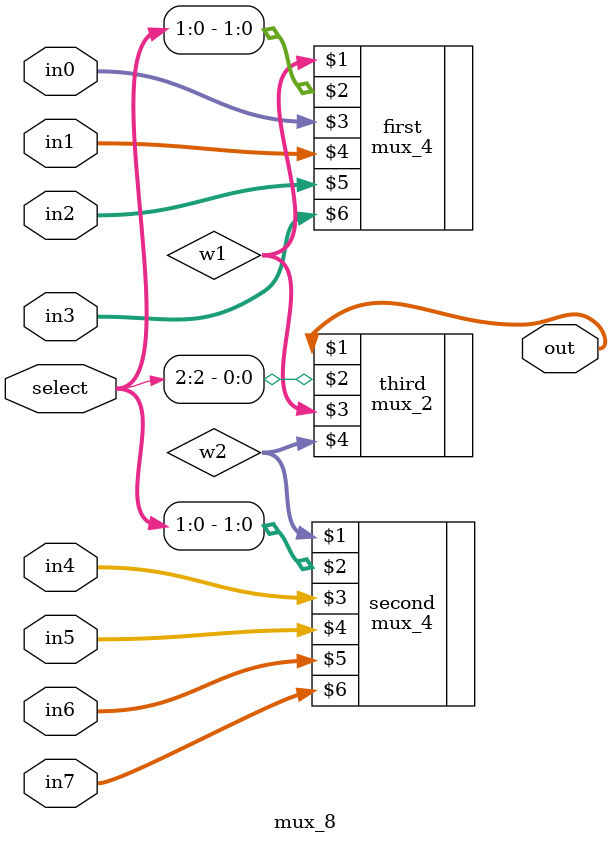
<source format=v>
`include "mux_4.v"
module mux_8(out, select, in0, in1, in2, in3, in4, in5, in6, in7);
    input[2:0] select; 
    input [31:0] in0, in1, in2, in3, in4, in5, in6, in7;
    output [31:0] out; 
    wire [31:0] w1, w2;
    mux_4 first(w1, select[1:0], in0, in1, in2, in3);
    mux_4 second(w2, select[1:0], in4, in5, in6, in7);
    mux_2 third (out, select[2], w1, w2);
endmodule
</source>
